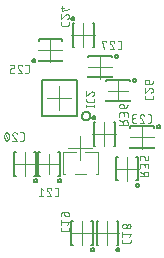
<source format=gbo>
G75*
%MOIN*%
%OFA0B0*%
%FSLAX25Y25*%
%IPPOS*%
%LPD*%
%AMOC8*
5,1,8,0,0,1.08239X$1,22.5*
%
%ADD10C,0.00500*%
%ADD11C,0.00200*%
%ADD12C,0.00000*%
%ADD13C,0.00394*%
D10*
X0079457Y0040563D02*
X0079457Y0048437D01*
X0079850Y0048437D01*
X0086150Y0048437D02*
X0086543Y0048437D01*
X0086543Y0040563D01*
X0086150Y0040563D01*
X0087457Y0040563D02*
X0087457Y0048437D01*
X0087850Y0048437D01*
X0094150Y0048437D02*
X0094543Y0048437D01*
X0094543Y0040563D01*
X0094150Y0040563D01*
X0094000Y0039000D02*
X0094002Y0039044D01*
X0094008Y0039088D01*
X0094018Y0039131D01*
X0094031Y0039173D01*
X0094048Y0039214D01*
X0094069Y0039253D01*
X0094093Y0039290D01*
X0094120Y0039325D01*
X0094150Y0039357D01*
X0094183Y0039387D01*
X0094219Y0039413D01*
X0094256Y0039437D01*
X0094296Y0039456D01*
X0094337Y0039473D01*
X0094380Y0039485D01*
X0094423Y0039494D01*
X0094467Y0039499D01*
X0094511Y0039500D01*
X0094555Y0039497D01*
X0094599Y0039490D01*
X0094642Y0039479D01*
X0094684Y0039465D01*
X0094724Y0039447D01*
X0094763Y0039425D01*
X0094799Y0039401D01*
X0094833Y0039373D01*
X0094865Y0039342D01*
X0094894Y0039308D01*
X0094920Y0039272D01*
X0094942Y0039234D01*
X0094961Y0039194D01*
X0094976Y0039152D01*
X0094988Y0039110D01*
X0094996Y0039066D01*
X0095000Y0039022D01*
X0095000Y0038978D01*
X0094996Y0038934D01*
X0094988Y0038890D01*
X0094976Y0038848D01*
X0094961Y0038806D01*
X0094942Y0038766D01*
X0094920Y0038728D01*
X0094894Y0038692D01*
X0094865Y0038658D01*
X0094833Y0038627D01*
X0094799Y0038599D01*
X0094763Y0038575D01*
X0094724Y0038553D01*
X0094684Y0038535D01*
X0094642Y0038521D01*
X0094599Y0038510D01*
X0094555Y0038503D01*
X0094511Y0038500D01*
X0094467Y0038501D01*
X0094423Y0038506D01*
X0094380Y0038515D01*
X0094337Y0038527D01*
X0094296Y0038544D01*
X0094256Y0038563D01*
X0094219Y0038587D01*
X0094183Y0038613D01*
X0094150Y0038643D01*
X0094120Y0038675D01*
X0094093Y0038710D01*
X0094069Y0038747D01*
X0094048Y0038786D01*
X0094031Y0038827D01*
X0094018Y0038869D01*
X0094008Y0038912D01*
X0094002Y0038956D01*
X0094000Y0039000D01*
X0087850Y0040563D02*
X0087457Y0040563D01*
X0086000Y0039000D02*
X0086002Y0039044D01*
X0086008Y0039088D01*
X0086018Y0039131D01*
X0086031Y0039173D01*
X0086048Y0039214D01*
X0086069Y0039253D01*
X0086093Y0039290D01*
X0086120Y0039325D01*
X0086150Y0039357D01*
X0086183Y0039387D01*
X0086219Y0039413D01*
X0086256Y0039437D01*
X0086296Y0039456D01*
X0086337Y0039473D01*
X0086380Y0039485D01*
X0086423Y0039494D01*
X0086467Y0039499D01*
X0086511Y0039500D01*
X0086555Y0039497D01*
X0086599Y0039490D01*
X0086642Y0039479D01*
X0086684Y0039465D01*
X0086724Y0039447D01*
X0086763Y0039425D01*
X0086799Y0039401D01*
X0086833Y0039373D01*
X0086865Y0039342D01*
X0086894Y0039308D01*
X0086920Y0039272D01*
X0086942Y0039234D01*
X0086961Y0039194D01*
X0086976Y0039152D01*
X0086988Y0039110D01*
X0086996Y0039066D01*
X0087000Y0039022D01*
X0087000Y0038978D01*
X0086996Y0038934D01*
X0086988Y0038890D01*
X0086976Y0038848D01*
X0086961Y0038806D01*
X0086942Y0038766D01*
X0086920Y0038728D01*
X0086894Y0038692D01*
X0086865Y0038658D01*
X0086833Y0038627D01*
X0086799Y0038599D01*
X0086763Y0038575D01*
X0086724Y0038553D01*
X0086684Y0038535D01*
X0086642Y0038521D01*
X0086599Y0038510D01*
X0086555Y0038503D01*
X0086511Y0038500D01*
X0086467Y0038501D01*
X0086423Y0038506D01*
X0086380Y0038515D01*
X0086337Y0038527D01*
X0086296Y0038544D01*
X0086256Y0038563D01*
X0086219Y0038587D01*
X0086183Y0038613D01*
X0086150Y0038643D01*
X0086120Y0038675D01*
X0086093Y0038710D01*
X0086069Y0038747D01*
X0086048Y0038786D01*
X0086031Y0038827D01*
X0086018Y0038869D01*
X0086008Y0038912D01*
X0086002Y0038956D01*
X0086000Y0039000D01*
X0079850Y0040563D02*
X0079457Y0040563D01*
X0098457Y0025437D02*
X0098850Y0025437D01*
X0098457Y0025437D02*
X0098457Y0017563D01*
X0098850Y0017563D01*
X0105150Y0017563D02*
X0105543Y0017563D01*
X0105543Y0025437D01*
X0105150Y0025437D01*
X0106957Y0025437D02*
X0107350Y0025437D01*
X0106957Y0025437D02*
X0106957Y0017563D01*
X0107350Y0017563D01*
X0105000Y0016000D02*
X0105002Y0016044D01*
X0105008Y0016088D01*
X0105018Y0016131D01*
X0105031Y0016173D01*
X0105048Y0016214D01*
X0105069Y0016253D01*
X0105093Y0016290D01*
X0105120Y0016325D01*
X0105150Y0016357D01*
X0105183Y0016387D01*
X0105219Y0016413D01*
X0105256Y0016437D01*
X0105296Y0016456D01*
X0105337Y0016473D01*
X0105380Y0016485D01*
X0105423Y0016494D01*
X0105467Y0016499D01*
X0105511Y0016500D01*
X0105555Y0016497D01*
X0105599Y0016490D01*
X0105642Y0016479D01*
X0105684Y0016465D01*
X0105724Y0016447D01*
X0105763Y0016425D01*
X0105799Y0016401D01*
X0105833Y0016373D01*
X0105865Y0016342D01*
X0105894Y0016308D01*
X0105920Y0016272D01*
X0105942Y0016234D01*
X0105961Y0016194D01*
X0105976Y0016152D01*
X0105988Y0016110D01*
X0105996Y0016066D01*
X0106000Y0016022D01*
X0106000Y0015978D01*
X0105996Y0015934D01*
X0105988Y0015890D01*
X0105976Y0015848D01*
X0105961Y0015806D01*
X0105942Y0015766D01*
X0105920Y0015728D01*
X0105894Y0015692D01*
X0105865Y0015658D01*
X0105833Y0015627D01*
X0105799Y0015599D01*
X0105763Y0015575D01*
X0105724Y0015553D01*
X0105684Y0015535D01*
X0105642Y0015521D01*
X0105599Y0015510D01*
X0105555Y0015503D01*
X0105511Y0015500D01*
X0105467Y0015501D01*
X0105423Y0015506D01*
X0105380Y0015515D01*
X0105337Y0015527D01*
X0105296Y0015544D01*
X0105256Y0015563D01*
X0105219Y0015587D01*
X0105183Y0015613D01*
X0105150Y0015643D01*
X0105120Y0015675D01*
X0105093Y0015710D01*
X0105069Y0015747D01*
X0105048Y0015786D01*
X0105031Y0015827D01*
X0105018Y0015869D01*
X0105008Y0015912D01*
X0105002Y0015956D01*
X0105000Y0016000D01*
X0113650Y0017563D02*
X0114043Y0017563D01*
X0114043Y0025437D01*
X0113650Y0025437D01*
X0113500Y0016000D02*
X0113502Y0016044D01*
X0113508Y0016088D01*
X0113518Y0016131D01*
X0113531Y0016173D01*
X0113548Y0016214D01*
X0113569Y0016253D01*
X0113593Y0016290D01*
X0113620Y0016325D01*
X0113650Y0016357D01*
X0113683Y0016387D01*
X0113719Y0016413D01*
X0113756Y0016437D01*
X0113796Y0016456D01*
X0113837Y0016473D01*
X0113880Y0016485D01*
X0113923Y0016494D01*
X0113967Y0016499D01*
X0114011Y0016500D01*
X0114055Y0016497D01*
X0114099Y0016490D01*
X0114142Y0016479D01*
X0114184Y0016465D01*
X0114224Y0016447D01*
X0114263Y0016425D01*
X0114299Y0016401D01*
X0114333Y0016373D01*
X0114365Y0016342D01*
X0114394Y0016308D01*
X0114420Y0016272D01*
X0114442Y0016234D01*
X0114461Y0016194D01*
X0114476Y0016152D01*
X0114488Y0016110D01*
X0114496Y0016066D01*
X0114500Y0016022D01*
X0114500Y0015978D01*
X0114496Y0015934D01*
X0114488Y0015890D01*
X0114476Y0015848D01*
X0114461Y0015806D01*
X0114442Y0015766D01*
X0114420Y0015728D01*
X0114394Y0015692D01*
X0114365Y0015658D01*
X0114333Y0015627D01*
X0114299Y0015599D01*
X0114263Y0015575D01*
X0114224Y0015553D01*
X0114184Y0015535D01*
X0114142Y0015521D01*
X0114099Y0015510D01*
X0114055Y0015503D01*
X0114011Y0015500D01*
X0113967Y0015501D01*
X0113923Y0015506D01*
X0113880Y0015515D01*
X0113837Y0015527D01*
X0113796Y0015544D01*
X0113756Y0015563D01*
X0113719Y0015587D01*
X0113683Y0015613D01*
X0113650Y0015643D01*
X0113620Y0015675D01*
X0113593Y0015710D01*
X0113569Y0015747D01*
X0113548Y0015786D01*
X0113531Y0015827D01*
X0113518Y0015869D01*
X0113508Y0015912D01*
X0113502Y0015956D01*
X0113500Y0016000D01*
X0120000Y0037500D02*
X0120002Y0037544D01*
X0120008Y0037588D01*
X0120018Y0037631D01*
X0120031Y0037673D01*
X0120048Y0037714D01*
X0120069Y0037753D01*
X0120093Y0037790D01*
X0120120Y0037825D01*
X0120150Y0037857D01*
X0120183Y0037887D01*
X0120219Y0037913D01*
X0120256Y0037937D01*
X0120296Y0037956D01*
X0120337Y0037973D01*
X0120380Y0037985D01*
X0120423Y0037994D01*
X0120467Y0037999D01*
X0120511Y0038000D01*
X0120555Y0037997D01*
X0120599Y0037990D01*
X0120642Y0037979D01*
X0120684Y0037965D01*
X0120724Y0037947D01*
X0120763Y0037925D01*
X0120799Y0037901D01*
X0120833Y0037873D01*
X0120865Y0037842D01*
X0120894Y0037808D01*
X0120920Y0037772D01*
X0120942Y0037734D01*
X0120961Y0037694D01*
X0120976Y0037652D01*
X0120988Y0037610D01*
X0120996Y0037566D01*
X0121000Y0037522D01*
X0121000Y0037478D01*
X0120996Y0037434D01*
X0120988Y0037390D01*
X0120976Y0037348D01*
X0120961Y0037306D01*
X0120942Y0037266D01*
X0120920Y0037228D01*
X0120894Y0037192D01*
X0120865Y0037158D01*
X0120833Y0037127D01*
X0120799Y0037099D01*
X0120763Y0037075D01*
X0120724Y0037053D01*
X0120684Y0037035D01*
X0120642Y0037021D01*
X0120599Y0037010D01*
X0120555Y0037003D01*
X0120511Y0037000D01*
X0120467Y0037001D01*
X0120423Y0037006D01*
X0120380Y0037015D01*
X0120337Y0037027D01*
X0120296Y0037044D01*
X0120256Y0037063D01*
X0120219Y0037087D01*
X0120183Y0037113D01*
X0120150Y0037143D01*
X0120120Y0037175D01*
X0120093Y0037210D01*
X0120069Y0037247D01*
X0120048Y0037286D01*
X0120031Y0037327D01*
X0120018Y0037369D01*
X0120008Y0037412D01*
X0120002Y0037456D01*
X0120000Y0037500D01*
X0120150Y0039063D02*
X0120543Y0039063D01*
X0120543Y0046937D01*
X0120150Y0046937D01*
X0118063Y0049957D02*
X0118063Y0050350D01*
X0118063Y0049957D02*
X0125937Y0049957D01*
X0125937Y0050350D01*
X0125937Y0056650D02*
X0125937Y0057043D01*
X0118063Y0057043D01*
X0118063Y0056650D01*
X0113043Y0058437D02*
X0113043Y0050563D01*
X0112650Y0050563D01*
X0113457Y0046937D02*
X0113850Y0046937D01*
X0113457Y0046937D02*
X0113457Y0039063D01*
X0113850Y0039063D01*
X0106350Y0050563D02*
X0105957Y0050563D01*
X0105957Y0058437D01*
X0106350Y0058437D01*
X0105500Y0060000D02*
X0105502Y0060044D01*
X0105508Y0060088D01*
X0105518Y0060131D01*
X0105531Y0060173D01*
X0105548Y0060214D01*
X0105569Y0060253D01*
X0105593Y0060290D01*
X0105620Y0060325D01*
X0105650Y0060357D01*
X0105683Y0060387D01*
X0105719Y0060413D01*
X0105756Y0060437D01*
X0105796Y0060456D01*
X0105837Y0060473D01*
X0105880Y0060485D01*
X0105923Y0060494D01*
X0105967Y0060499D01*
X0106011Y0060500D01*
X0106055Y0060497D01*
X0106099Y0060490D01*
X0106142Y0060479D01*
X0106184Y0060465D01*
X0106224Y0060447D01*
X0106263Y0060425D01*
X0106299Y0060401D01*
X0106333Y0060373D01*
X0106365Y0060342D01*
X0106394Y0060308D01*
X0106420Y0060272D01*
X0106442Y0060234D01*
X0106461Y0060194D01*
X0106476Y0060152D01*
X0106488Y0060110D01*
X0106496Y0060066D01*
X0106500Y0060022D01*
X0106500Y0059978D01*
X0106496Y0059934D01*
X0106488Y0059890D01*
X0106476Y0059848D01*
X0106461Y0059806D01*
X0106442Y0059766D01*
X0106420Y0059728D01*
X0106394Y0059692D01*
X0106365Y0059658D01*
X0106333Y0059627D01*
X0106299Y0059599D01*
X0106263Y0059575D01*
X0106224Y0059553D01*
X0106184Y0059535D01*
X0106142Y0059521D01*
X0106099Y0059510D01*
X0106055Y0059503D01*
X0106011Y0059500D01*
X0105967Y0059501D01*
X0105923Y0059506D01*
X0105880Y0059515D01*
X0105837Y0059527D01*
X0105796Y0059544D01*
X0105756Y0059563D01*
X0105719Y0059587D01*
X0105683Y0059613D01*
X0105650Y0059643D01*
X0105620Y0059675D01*
X0105593Y0059710D01*
X0105569Y0059747D01*
X0105548Y0059786D01*
X0105531Y0059827D01*
X0105518Y0059869D01*
X0105508Y0059912D01*
X0105502Y0059956D01*
X0105500Y0060000D01*
X0101966Y0060594D02*
X0101968Y0060668D01*
X0101974Y0060742D01*
X0101984Y0060815D01*
X0101997Y0060888D01*
X0102015Y0060960D01*
X0102036Y0061031D01*
X0102062Y0061101D01*
X0102090Y0061169D01*
X0102123Y0061236D01*
X0102159Y0061301D01*
X0102198Y0061363D01*
X0102241Y0061424D01*
X0102286Y0061482D01*
X0102335Y0061538D01*
X0102387Y0061591D01*
X0102441Y0061642D01*
X0102498Y0061689D01*
X0102558Y0061733D01*
X0102620Y0061774D01*
X0102684Y0061812D01*
X0102749Y0061846D01*
X0102817Y0061876D01*
X0102886Y0061903D01*
X0102956Y0061927D01*
X0103028Y0061946D01*
X0103100Y0061962D01*
X0103173Y0061974D01*
X0103247Y0061982D01*
X0103321Y0061986D01*
X0103395Y0061986D01*
X0103469Y0061982D01*
X0103543Y0061974D01*
X0103616Y0061962D01*
X0103688Y0061946D01*
X0103760Y0061927D01*
X0103830Y0061903D01*
X0103899Y0061876D01*
X0103967Y0061846D01*
X0104032Y0061812D01*
X0104096Y0061774D01*
X0104158Y0061733D01*
X0104218Y0061689D01*
X0104275Y0061642D01*
X0104329Y0061591D01*
X0104381Y0061538D01*
X0104430Y0061482D01*
X0104475Y0061424D01*
X0104518Y0061363D01*
X0104557Y0061301D01*
X0104593Y0061236D01*
X0104626Y0061169D01*
X0104654Y0061101D01*
X0104680Y0061031D01*
X0104701Y0060960D01*
X0104719Y0060888D01*
X0104732Y0060815D01*
X0104742Y0060742D01*
X0104748Y0060668D01*
X0104750Y0060594D01*
X0104748Y0060520D01*
X0104742Y0060446D01*
X0104732Y0060373D01*
X0104719Y0060300D01*
X0104701Y0060228D01*
X0104680Y0060157D01*
X0104654Y0060087D01*
X0104626Y0060019D01*
X0104593Y0059952D01*
X0104557Y0059887D01*
X0104518Y0059825D01*
X0104475Y0059764D01*
X0104430Y0059706D01*
X0104381Y0059650D01*
X0104329Y0059597D01*
X0104275Y0059546D01*
X0104218Y0059499D01*
X0104158Y0059455D01*
X0104096Y0059414D01*
X0104032Y0059376D01*
X0103967Y0059342D01*
X0103899Y0059312D01*
X0103830Y0059285D01*
X0103760Y0059261D01*
X0103688Y0059242D01*
X0103616Y0059226D01*
X0103543Y0059214D01*
X0103469Y0059206D01*
X0103395Y0059202D01*
X0103321Y0059202D01*
X0103247Y0059206D01*
X0103173Y0059214D01*
X0103100Y0059226D01*
X0103028Y0059242D01*
X0102956Y0059261D01*
X0102886Y0059285D01*
X0102817Y0059312D01*
X0102749Y0059342D01*
X0102684Y0059376D01*
X0102620Y0059414D01*
X0102558Y0059455D01*
X0102498Y0059499D01*
X0102441Y0059546D01*
X0102387Y0059597D01*
X0102335Y0059650D01*
X0102286Y0059706D01*
X0102241Y0059764D01*
X0102198Y0059825D01*
X0102159Y0059887D01*
X0102123Y0059952D01*
X0102090Y0060019D01*
X0102062Y0060087D01*
X0102036Y0060157D01*
X0102015Y0060228D01*
X0101997Y0060300D01*
X0101984Y0060373D01*
X0101974Y0060446D01*
X0101968Y0060520D01*
X0101966Y0060594D01*
X0100406Y0060594D02*
X0100406Y0072406D01*
X0088594Y0072406D01*
X0088594Y0060594D01*
X0100406Y0060594D01*
X0110063Y0065457D02*
X0110063Y0065850D01*
X0110063Y0065457D02*
X0117937Y0065457D01*
X0117937Y0065850D01*
X0117937Y0072150D02*
X0117937Y0072543D01*
X0110063Y0072543D01*
X0110063Y0072150D01*
X0111937Y0073457D02*
X0111937Y0073850D01*
X0111937Y0073457D02*
X0104063Y0073457D01*
X0104063Y0073850D01*
X0104063Y0080150D02*
X0104063Y0080543D01*
X0111937Y0080543D01*
X0111937Y0080150D01*
X0113000Y0080500D02*
X0113002Y0080544D01*
X0113008Y0080588D01*
X0113018Y0080631D01*
X0113031Y0080673D01*
X0113048Y0080714D01*
X0113069Y0080753D01*
X0113093Y0080790D01*
X0113120Y0080825D01*
X0113150Y0080857D01*
X0113183Y0080887D01*
X0113219Y0080913D01*
X0113256Y0080937D01*
X0113296Y0080956D01*
X0113337Y0080973D01*
X0113380Y0080985D01*
X0113423Y0080994D01*
X0113467Y0080999D01*
X0113511Y0081000D01*
X0113555Y0080997D01*
X0113599Y0080990D01*
X0113642Y0080979D01*
X0113684Y0080965D01*
X0113724Y0080947D01*
X0113763Y0080925D01*
X0113799Y0080901D01*
X0113833Y0080873D01*
X0113865Y0080842D01*
X0113894Y0080808D01*
X0113920Y0080772D01*
X0113942Y0080734D01*
X0113961Y0080694D01*
X0113976Y0080652D01*
X0113988Y0080610D01*
X0113996Y0080566D01*
X0114000Y0080522D01*
X0114000Y0080478D01*
X0113996Y0080434D01*
X0113988Y0080390D01*
X0113976Y0080348D01*
X0113961Y0080306D01*
X0113942Y0080266D01*
X0113920Y0080228D01*
X0113894Y0080192D01*
X0113865Y0080158D01*
X0113833Y0080127D01*
X0113799Y0080099D01*
X0113763Y0080075D01*
X0113724Y0080053D01*
X0113684Y0080035D01*
X0113642Y0080021D01*
X0113599Y0080010D01*
X0113555Y0080003D01*
X0113511Y0080000D01*
X0113467Y0080001D01*
X0113423Y0080006D01*
X0113380Y0080015D01*
X0113337Y0080027D01*
X0113296Y0080044D01*
X0113256Y0080063D01*
X0113219Y0080087D01*
X0113183Y0080113D01*
X0113150Y0080143D01*
X0113120Y0080175D01*
X0113093Y0080210D01*
X0113069Y0080247D01*
X0113048Y0080286D01*
X0113031Y0080327D01*
X0113018Y0080369D01*
X0113008Y0080412D01*
X0113002Y0080456D01*
X0113000Y0080500D01*
X0106043Y0083563D02*
X0105650Y0083563D01*
X0106043Y0083563D02*
X0106043Y0091437D01*
X0105650Y0091437D01*
X0099350Y0091437D02*
X0098957Y0091437D01*
X0098957Y0083563D01*
X0099350Y0083563D01*
X0095437Y0085650D02*
X0095437Y0086043D01*
X0087563Y0086043D01*
X0087563Y0085650D01*
X0087563Y0079350D02*
X0087563Y0078957D01*
X0095437Y0078957D01*
X0095437Y0079350D01*
X0085500Y0079000D02*
X0085502Y0079044D01*
X0085508Y0079088D01*
X0085518Y0079131D01*
X0085531Y0079173D01*
X0085548Y0079214D01*
X0085569Y0079253D01*
X0085593Y0079290D01*
X0085620Y0079325D01*
X0085650Y0079357D01*
X0085683Y0079387D01*
X0085719Y0079413D01*
X0085756Y0079437D01*
X0085796Y0079456D01*
X0085837Y0079473D01*
X0085880Y0079485D01*
X0085923Y0079494D01*
X0085967Y0079499D01*
X0086011Y0079500D01*
X0086055Y0079497D01*
X0086099Y0079490D01*
X0086142Y0079479D01*
X0086184Y0079465D01*
X0086224Y0079447D01*
X0086263Y0079425D01*
X0086299Y0079401D01*
X0086333Y0079373D01*
X0086365Y0079342D01*
X0086394Y0079308D01*
X0086420Y0079272D01*
X0086442Y0079234D01*
X0086461Y0079194D01*
X0086476Y0079152D01*
X0086488Y0079110D01*
X0086496Y0079066D01*
X0086500Y0079022D01*
X0086500Y0078978D01*
X0086496Y0078934D01*
X0086488Y0078890D01*
X0086476Y0078848D01*
X0086461Y0078806D01*
X0086442Y0078766D01*
X0086420Y0078728D01*
X0086394Y0078692D01*
X0086365Y0078658D01*
X0086333Y0078627D01*
X0086299Y0078599D01*
X0086263Y0078575D01*
X0086224Y0078553D01*
X0086184Y0078535D01*
X0086142Y0078521D01*
X0086099Y0078510D01*
X0086055Y0078503D01*
X0086011Y0078500D01*
X0085967Y0078501D01*
X0085923Y0078506D01*
X0085880Y0078515D01*
X0085837Y0078527D01*
X0085796Y0078544D01*
X0085756Y0078563D01*
X0085719Y0078587D01*
X0085683Y0078613D01*
X0085650Y0078643D01*
X0085620Y0078675D01*
X0085593Y0078710D01*
X0085569Y0078747D01*
X0085548Y0078786D01*
X0085531Y0078827D01*
X0085518Y0078869D01*
X0085508Y0078912D01*
X0085502Y0078956D01*
X0085500Y0079000D01*
X0098500Y0093000D02*
X0098502Y0093044D01*
X0098508Y0093088D01*
X0098518Y0093131D01*
X0098531Y0093173D01*
X0098548Y0093214D01*
X0098569Y0093253D01*
X0098593Y0093290D01*
X0098620Y0093325D01*
X0098650Y0093357D01*
X0098683Y0093387D01*
X0098719Y0093413D01*
X0098756Y0093437D01*
X0098796Y0093456D01*
X0098837Y0093473D01*
X0098880Y0093485D01*
X0098923Y0093494D01*
X0098967Y0093499D01*
X0099011Y0093500D01*
X0099055Y0093497D01*
X0099099Y0093490D01*
X0099142Y0093479D01*
X0099184Y0093465D01*
X0099224Y0093447D01*
X0099263Y0093425D01*
X0099299Y0093401D01*
X0099333Y0093373D01*
X0099365Y0093342D01*
X0099394Y0093308D01*
X0099420Y0093272D01*
X0099442Y0093234D01*
X0099461Y0093194D01*
X0099476Y0093152D01*
X0099488Y0093110D01*
X0099496Y0093066D01*
X0099500Y0093022D01*
X0099500Y0092978D01*
X0099496Y0092934D01*
X0099488Y0092890D01*
X0099476Y0092848D01*
X0099461Y0092806D01*
X0099442Y0092766D01*
X0099420Y0092728D01*
X0099394Y0092692D01*
X0099365Y0092658D01*
X0099333Y0092627D01*
X0099299Y0092599D01*
X0099263Y0092575D01*
X0099224Y0092553D01*
X0099184Y0092535D01*
X0099142Y0092521D01*
X0099099Y0092510D01*
X0099055Y0092503D01*
X0099011Y0092500D01*
X0098967Y0092501D01*
X0098923Y0092506D01*
X0098880Y0092515D01*
X0098837Y0092527D01*
X0098796Y0092544D01*
X0098756Y0092563D01*
X0098719Y0092587D01*
X0098683Y0092613D01*
X0098650Y0092643D01*
X0098620Y0092675D01*
X0098593Y0092710D01*
X0098569Y0092747D01*
X0098548Y0092786D01*
X0098531Y0092827D01*
X0098518Y0092869D01*
X0098508Y0092912D01*
X0098502Y0092956D01*
X0098500Y0093000D01*
X0119000Y0072500D02*
X0119002Y0072544D01*
X0119008Y0072588D01*
X0119018Y0072631D01*
X0119031Y0072673D01*
X0119048Y0072714D01*
X0119069Y0072753D01*
X0119093Y0072790D01*
X0119120Y0072825D01*
X0119150Y0072857D01*
X0119183Y0072887D01*
X0119219Y0072913D01*
X0119256Y0072937D01*
X0119296Y0072956D01*
X0119337Y0072973D01*
X0119380Y0072985D01*
X0119423Y0072994D01*
X0119467Y0072999D01*
X0119511Y0073000D01*
X0119555Y0072997D01*
X0119599Y0072990D01*
X0119642Y0072979D01*
X0119684Y0072965D01*
X0119724Y0072947D01*
X0119763Y0072925D01*
X0119799Y0072901D01*
X0119833Y0072873D01*
X0119865Y0072842D01*
X0119894Y0072808D01*
X0119920Y0072772D01*
X0119942Y0072734D01*
X0119961Y0072694D01*
X0119976Y0072652D01*
X0119988Y0072610D01*
X0119996Y0072566D01*
X0120000Y0072522D01*
X0120000Y0072478D01*
X0119996Y0072434D01*
X0119988Y0072390D01*
X0119976Y0072348D01*
X0119961Y0072306D01*
X0119942Y0072266D01*
X0119920Y0072228D01*
X0119894Y0072192D01*
X0119865Y0072158D01*
X0119833Y0072127D01*
X0119799Y0072099D01*
X0119763Y0072075D01*
X0119724Y0072053D01*
X0119684Y0072035D01*
X0119642Y0072021D01*
X0119599Y0072010D01*
X0119555Y0072003D01*
X0119511Y0072000D01*
X0119467Y0072001D01*
X0119423Y0072006D01*
X0119380Y0072015D01*
X0119337Y0072027D01*
X0119296Y0072044D01*
X0119256Y0072063D01*
X0119219Y0072087D01*
X0119183Y0072113D01*
X0119150Y0072143D01*
X0119120Y0072175D01*
X0119093Y0072210D01*
X0119069Y0072247D01*
X0119048Y0072286D01*
X0119031Y0072327D01*
X0119018Y0072369D01*
X0119008Y0072412D01*
X0119002Y0072456D01*
X0119000Y0072500D01*
X0113043Y0058437D02*
X0112650Y0058437D01*
X0127000Y0057000D02*
X0127002Y0057044D01*
X0127008Y0057088D01*
X0127018Y0057131D01*
X0127031Y0057173D01*
X0127048Y0057214D01*
X0127069Y0057253D01*
X0127093Y0057290D01*
X0127120Y0057325D01*
X0127150Y0057357D01*
X0127183Y0057387D01*
X0127219Y0057413D01*
X0127256Y0057437D01*
X0127296Y0057456D01*
X0127337Y0057473D01*
X0127380Y0057485D01*
X0127423Y0057494D01*
X0127467Y0057499D01*
X0127511Y0057500D01*
X0127555Y0057497D01*
X0127599Y0057490D01*
X0127642Y0057479D01*
X0127684Y0057465D01*
X0127724Y0057447D01*
X0127763Y0057425D01*
X0127799Y0057401D01*
X0127833Y0057373D01*
X0127865Y0057342D01*
X0127894Y0057308D01*
X0127920Y0057272D01*
X0127942Y0057234D01*
X0127961Y0057194D01*
X0127976Y0057152D01*
X0127988Y0057110D01*
X0127996Y0057066D01*
X0128000Y0057022D01*
X0128000Y0056978D01*
X0127996Y0056934D01*
X0127988Y0056890D01*
X0127976Y0056848D01*
X0127961Y0056806D01*
X0127942Y0056766D01*
X0127920Y0056728D01*
X0127894Y0056692D01*
X0127865Y0056658D01*
X0127833Y0056627D01*
X0127799Y0056599D01*
X0127763Y0056575D01*
X0127724Y0056553D01*
X0127684Y0056535D01*
X0127642Y0056521D01*
X0127599Y0056510D01*
X0127555Y0056503D01*
X0127511Y0056500D01*
X0127467Y0056501D01*
X0127423Y0056506D01*
X0127380Y0056515D01*
X0127337Y0056527D01*
X0127296Y0056544D01*
X0127256Y0056563D01*
X0127219Y0056587D01*
X0127183Y0056613D01*
X0127150Y0056643D01*
X0127120Y0056675D01*
X0127093Y0056710D01*
X0127069Y0056747D01*
X0127048Y0056786D01*
X0127031Y0056827D01*
X0127018Y0056869D01*
X0127008Y0056912D01*
X0127002Y0056956D01*
X0127000Y0057000D01*
D11*
X0077643Y0053713D02*
X0077641Y0053618D01*
X0077635Y0053523D01*
X0077625Y0053428D01*
X0077612Y0053334D01*
X0077594Y0053241D01*
X0077573Y0053148D01*
X0077548Y0053056D01*
X0077519Y0052966D01*
X0077486Y0052876D01*
X0077450Y0052788D01*
X0077410Y0052702D01*
X0077488Y0052935D02*
X0076244Y0054490D01*
X0076321Y0054724D02*
X0076337Y0054765D01*
X0076357Y0054806D01*
X0076379Y0054844D01*
X0076404Y0054881D01*
X0076432Y0054916D01*
X0076463Y0054948D01*
X0076496Y0054978D01*
X0076531Y0055006D01*
X0076569Y0055030D01*
X0076608Y0055052D01*
X0076648Y0055070D01*
X0076690Y0055086D01*
X0076733Y0055097D01*
X0076777Y0055106D01*
X0076821Y0055111D01*
X0076866Y0055113D01*
X0076911Y0055111D01*
X0076955Y0055106D01*
X0076999Y0055097D01*
X0077042Y0055086D01*
X0077084Y0055070D01*
X0077124Y0055052D01*
X0077163Y0055030D01*
X0077201Y0055006D01*
X0077236Y0054978D01*
X0077269Y0054948D01*
X0077300Y0054916D01*
X0077328Y0054881D01*
X0077353Y0054844D01*
X0077375Y0054806D01*
X0077395Y0054765D01*
X0077411Y0054724D01*
X0076321Y0054724D02*
X0076281Y0054638D01*
X0076245Y0054550D01*
X0076212Y0054460D01*
X0076183Y0054370D01*
X0076158Y0054278D01*
X0076137Y0054185D01*
X0076119Y0054092D01*
X0076106Y0053998D01*
X0076096Y0053903D01*
X0076090Y0053808D01*
X0076088Y0053713D01*
X0077643Y0053713D02*
X0077641Y0053808D01*
X0077635Y0053903D01*
X0077625Y0053998D01*
X0077612Y0054092D01*
X0077594Y0054185D01*
X0077573Y0054278D01*
X0077548Y0054370D01*
X0077519Y0054460D01*
X0077486Y0054550D01*
X0077450Y0054638D01*
X0077410Y0054724D01*
X0076089Y0053713D02*
X0076091Y0053618D01*
X0076097Y0053523D01*
X0076107Y0053428D01*
X0076120Y0053334D01*
X0076138Y0053241D01*
X0076159Y0053148D01*
X0076184Y0053056D01*
X0076213Y0052966D01*
X0076246Y0052876D01*
X0076282Y0052788D01*
X0076322Y0052702D01*
X0076866Y0052312D02*
X0076911Y0052314D01*
X0076955Y0052319D01*
X0076999Y0052328D01*
X0077042Y0052339D01*
X0077084Y0052355D01*
X0077124Y0052373D01*
X0077163Y0052395D01*
X0077201Y0052419D01*
X0077236Y0052447D01*
X0077269Y0052477D01*
X0077300Y0052509D01*
X0077328Y0052544D01*
X0077353Y0052581D01*
X0077375Y0052619D01*
X0077395Y0052660D01*
X0077411Y0052701D01*
X0076866Y0052312D02*
X0076821Y0052314D01*
X0076777Y0052319D01*
X0076733Y0052328D01*
X0076690Y0052339D01*
X0076648Y0052355D01*
X0076608Y0052373D01*
X0076569Y0052395D01*
X0076531Y0052419D01*
X0076496Y0052447D01*
X0076463Y0052477D01*
X0076432Y0052509D01*
X0076404Y0052544D01*
X0076379Y0052581D01*
X0076357Y0052619D01*
X0076337Y0052660D01*
X0076321Y0052701D01*
X0078788Y0052313D02*
X0080344Y0052313D01*
X0079021Y0053868D01*
X0079488Y0055112D02*
X0079544Y0055110D01*
X0079601Y0055105D01*
X0079657Y0055096D01*
X0079712Y0055084D01*
X0079766Y0055068D01*
X0079819Y0055049D01*
X0079871Y0055026D01*
X0079921Y0055001D01*
X0079970Y0054972D01*
X0080017Y0054940D01*
X0080061Y0054905D01*
X0080104Y0054868D01*
X0080144Y0054828D01*
X0080181Y0054786D01*
X0080216Y0054741D01*
X0080247Y0054694D01*
X0080276Y0054645D01*
X0080302Y0054595D01*
X0080324Y0054543D01*
X0080343Y0054490D01*
X0079021Y0053868D02*
X0078986Y0053905D01*
X0078953Y0053943D01*
X0078922Y0053984D01*
X0078895Y0054026D01*
X0078870Y0054071D01*
X0078849Y0054117D01*
X0078830Y0054164D01*
X0078815Y0054212D01*
X0078803Y0054262D01*
X0078795Y0054312D01*
X0078790Y0054362D01*
X0078788Y0054413D01*
X0078790Y0054463D01*
X0078795Y0054513D01*
X0078804Y0054562D01*
X0078816Y0054610D01*
X0078832Y0054658D01*
X0078851Y0054704D01*
X0078874Y0054748D01*
X0078899Y0054791D01*
X0078928Y0054832D01*
X0078959Y0054871D01*
X0078993Y0054908D01*
X0079030Y0054942D01*
X0079069Y0054973D01*
X0079110Y0055002D01*
X0079153Y0055027D01*
X0079197Y0055050D01*
X0079243Y0055069D01*
X0079291Y0055085D01*
X0079339Y0055097D01*
X0079388Y0055106D01*
X0079438Y0055111D01*
X0079488Y0055113D01*
X0081356Y0055113D02*
X0081979Y0055113D01*
X0081979Y0055112D02*
X0082028Y0055110D01*
X0082076Y0055104D01*
X0082124Y0055095D01*
X0082171Y0055082D01*
X0082217Y0055065D01*
X0082261Y0055044D01*
X0082304Y0055020D01*
X0082345Y0054993D01*
X0082383Y0054963D01*
X0082419Y0054930D01*
X0082452Y0054894D01*
X0082482Y0054856D01*
X0082509Y0054815D01*
X0082533Y0054772D01*
X0082554Y0054728D01*
X0082571Y0054682D01*
X0082584Y0054635D01*
X0082593Y0054587D01*
X0082599Y0054539D01*
X0082601Y0054490D01*
X0082601Y0052935D01*
X0082599Y0052886D01*
X0082593Y0052838D01*
X0082584Y0052790D01*
X0082571Y0052743D01*
X0082554Y0052697D01*
X0082533Y0052653D01*
X0082509Y0052610D01*
X0082482Y0052569D01*
X0082452Y0052531D01*
X0082419Y0052495D01*
X0082383Y0052462D01*
X0082345Y0052432D01*
X0082304Y0052405D01*
X0082261Y0052381D01*
X0082217Y0052360D01*
X0082171Y0052343D01*
X0082124Y0052330D01*
X0082076Y0052321D01*
X0082028Y0052315D01*
X0081979Y0052313D01*
X0081356Y0052313D01*
X0088366Y0036613D02*
X0088366Y0033813D01*
X0089144Y0033813D02*
X0087588Y0033813D01*
X0089144Y0035990D02*
X0088366Y0036613D01*
X0090521Y0035368D02*
X0091844Y0033813D01*
X0090288Y0033813D01*
X0091843Y0035990D02*
X0091824Y0036043D01*
X0091802Y0036095D01*
X0091776Y0036145D01*
X0091747Y0036194D01*
X0091716Y0036241D01*
X0091681Y0036286D01*
X0091644Y0036328D01*
X0091604Y0036368D01*
X0091561Y0036405D01*
X0091517Y0036440D01*
X0091470Y0036472D01*
X0091421Y0036501D01*
X0091371Y0036526D01*
X0091319Y0036549D01*
X0091266Y0036568D01*
X0091212Y0036584D01*
X0091157Y0036596D01*
X0091101Y0036605D01*
X0091044Y0036610D01*
X0090988Y0036612D01*
X0090988Y0036613D02*
X0090938Y0036611D01*
X0090888Y0036606D01*
X0090839Y0036597D01*
X0090791Y0036585D01*
X0090743Y0036569D01*
X0090697Y0036550D01*
X0090653Y0036527D01*
X0090610Y0036502D01*
X0090569Y0036473D01*
X0090530Y0036442D01*
X0090493Y0036408D01*
X0090459Y0036371D01*
X0090428Y0036332D01*
X0090399Y0036291D01*
X0090374Y0036248D01*
X0090351Y0036204D01*
X0090332Y0036158D01*
X0090316Y0036110D01*
X0090304Y0036062D01*
X0090295Y0036013D01*
X0090290Y0035963D01*
X0090288Y0035913D01*
X0090290Y0035862D01*
X0090295Y0035812D01*
X0090303Y0035762D01*
X0090315Y0035712D01*
X0090330Y0035664D01*
X0090349Y0035617D01*
X0090370Y0035571D01*
X0090395Y0035526D01*
X0090422Y0035484D01*
X0090453Y0035443D01*
X0090486Y0035405D01*
X0090521Y0035368D01*
X0092856Y0036613D02*
X0093479Y0036613D01*
X0093479Y0036612D02*
X0093528Y0036610D01*
X0093576Y0036604D01*
X0093624Y0036595D01*
X0093671Y0036582D01*
X0093717Y0036565D01*
X0093761Y0036544D01*
X0093804Y0036520D01*
X0093845Y0036493D01*
X0093883Y0036463D01*
X0093919Y0036430D01*
X0093952Y0036394D01*
X0093982Y0036356D01*
X0094009Y0036315D01*
X0094033Y0036272D01*
X0094054Y0036228D01*
X0094071Y0036182D01*
X0094084Y0036135D01*
X0094093Y0036087D01*
X0094099Y0036039D01*
X0094101Y0035990D01*
X0094101Y0034435D01*
X0094099Y0034386D01*
X0094093Y0034338D01*
X0094084Y0034290D01*
X0094071Y0034243D01*
X0094054Y0034197D01*
X0094033Y0034153D01*
X0094009Y0034110D01*
X0093982Y0034069D01*
X0093952Y0034031D01*
X0093919Y0033995D01*
X0093883Y0033962D01*
X0093845Y0033932D01*
X0093804Y0033905D01*
X0093761Y0033881D01*
X0093717Y0033860D01*
X0093671Y0033843D01*
X0093624Y0033830D01*
X0093576Y0033821D01*
X0093528Y0033815D01*
X0093479Y0033813D01*
X0092856Y0033813D01*
X0096132Y0028601D02*
X0096910Y0028601D01*
X0096966Y0028599D01*
X0097021Y0028593D01*
X0097075Y0028583D01*
X0097129Y0028569D01*
X0097182Y0028552D01*
X0097233Y0028531D01*
X0097283Y0028506D01*
X0097331Y0028477D01*
X0097376Y0028446D01*
X0097419Y0028411D01*
X0097460Y0028373D01*
X0097498Y0028332D01*
X0097533Y0028289D01*
X0097564Y0028244D01*
X0097593Y0028196D01*
X0097618Y0028146D01*
X0097639Y0028095D01*
X0097656Y0028042D01*
X0097670Y0027988D01*
X0097680Y0027934D01*
X0097686Y0027879D01*
X0097688Y0027823D01*
X0097686Y0027767D01*
X0097680Y0027712D01*
X0097670Y0027658D01*
X0097656Y0027604D01*
X0097639Y0027551D01*
X0097618Y0027500D01*
X0097593Y0027450D01*
X0097564Y0027402D01*
X0097533Y0027357D01*
X0097498Y0027314D01*
X0097460Y0027273D01*
X0097419Y0027235D01*
X0097376Y0027200D01*
X0097331Y0027169D01*
X0097283Y0027140D01*
X0097233Y0027115D01*
X0097182Y0027094D01*
X0097129Y0027077D01*
X0097075Y0027063D01*
X0097021Y0027053D01*
X0096966Y0027047D01*
X0096910Y0027045D01*
X0096754Y0027045D01*
X0096705Y0027047D01*
X0096657Y0027053D01*
X0096609Y0027062D01*
X0096562Y0027075D01*
X0096516Y0027092D01*
X0096472Y0027113D01*
X0096429Y0027137D01*
X0096388Y0027164D01*
X0096350Y0027194D01*
X0096314Y0027227D01*
X0096281Y0027263D01*
X0096251Y0027301D01*
X0096224Y0027342D01*
X0096200Y0027385D01*
X0096179Y0027429D01*
X0096162Y0027475D01*
X0096149Y0027522D01*
X0096140Y0027570D01*
X0096134Y0027618D01*
X0096132Y0027667D01*
X0096132Y0028601D01*
X0096132Y0028600D02*
X0096062Y0028598D01*
X0095993Y0028592D01*
X0095924Y0028582D01*
X0095855Y0028569D01*
X0095788Y0028551D01*
X0095721Y0028530D01*
X0095656Y0028505D01*
X0095592Y0028477D01*
X0095530Y0028445D01*
X0095470Y0028409D01*
X0095412Y0028371D01*
X0095356Y0028329D01*
X0095303Y0028284D01*
X0095252Y0028236D01*
X0095204Y0028185D01*
X0095159Y0028132D01*
X0095117Y0028076D01*
X0095079Y0028018D01*
X0095043Y0027958D01*
X0095011Y0027896D01*
X0094983Y0027832D01*
X0094958Y0027767D01*
X0094937Y0027700D01*
X0094919Y0027633D01*
X0094906Y0027564D01*
X0094896Y0027495D01*
X0094890Y0027426D01*
X0094888Y0027356D01*
X0094887Y0025901D02*
X0094887Y0024345D01*
X0094887Y0025123D02*
X0097687Y0025123D01*
X0097065Y0024345D01*
X0097687Y0023333D02*
X0097687Y0022710D01*
X0097685Y0022661D01*
X0097679Y0022613D01*
X0097670Y0022565D01*
X0097657Y0022518D01*
X0097640Y0022472D01*
X0097619Y0022428D01*
X0097595Y0022385D01*
X0097568Y0022344D01*
X0097538Y0022306D01*
X0097505Y0022270D01*
X0097469Y0022237D01*
X0097431Y0022207D01*
X0097390Y0022180D01*
X0097347Y0022156D01*
X0097303Y0022135D01*
X0097257Y0022118D01*
X0097210Y0022105D01*
X0097162Y0022096D01*
X0097114Y0022090D01*
X0097065Y0022088D01*
X0095510Y0022088D01*
X0095461Y0022090D01*
X0095413Y0022096D01*
X0095365Y0022105D01*
X0095318Y0022118D01*
X0095272Y0022135D01*
X0095228Y0022156D01*
X0095185Y0022180D01*
X0095144Y0022207D01*
X0095106Y0022237D01*
X0095070Y0022270D01*
X0095037Y0022306D01*
X0095007Y0022344D01*
X0094980Y0022385D01*
X0094956Y0022428D01*
X0094935Y0022472D01*
X0094918Y0022518D01*
X0094905Y0022565D01*
X0094896Y0022613D01*
X0094890Y0022661D01*
X0094888Y0022710D01*
X0094887Y0022710D02*
X0094887Y0023333D01*
X0115387Y0021901D02*
X0115387Y0020345D01*
X0115387Y0021123D02*
X0118187Y0021123D01*
X0117565Y0020345D01*
X0118187Y0019333D02*
X0118187Y0018710D01*
X0118185Y0018661D01*
X0118179Y0018613D01*
X0118170Y0018565D01*
X0118157Y0018518D01*
X0118140Y0018472D01*
X0118119Y0018428D01*
X0118095Y0018385D01*
X0118068Y0018344D01*
X0118038Y0018306D01*
X0118005Y0018270D01*
X0117969Y0018237D01*
X0117931Y0018207D01*
X0117890Y0018180D01*
X0117847Y0018156D01*
X0117803Y0018135D01*
X0117757Y0018118D01*
X0117710Y0018105D01*
X0117662Y0018096D01*
X0117614Y0018090D01*
X0117565Y0018088D01*
X0116010Y0018088D01*
X0115961Y0018090D01*
X0115913Y0018096D01*
X0115865Y0018105D01*
X0115818Y0018118D01*
X0115772Y0018135D01*
X0115728Y0018156D01*
X0115685Y0018180D01*
X0115644Y0018207D01*
X0115606Y0018237D01*
X0115570Y0018270D01*
X0115537Y0018306D01*
X0115507Y0018344D01*
X0115480Y0018385D01*
X0115456Y0018428D01*
X0115435Y0018472D01*
X0115418Y0018518D01*
X0115405Y0018565D01*
X0115396Y0018613D01*
X0115390Y0018661D01*
X0115388Y0018710D01*
X0115387Y0018710D02*
X0115387Y0019333D01*
X0116165Y0023045D02*
X0116109Y0023047D01*
X0116054Y0023053D01*
X0116000Y0023063D01*
X0115946Y0023077D01*
X0115893Y0023094D01*
X0115842Y0023115D01*
X0115792Y0023140D01*
X0115744Y0023169D01*
X0115699Y0023200D01*
X0115656Y0023235D01*
X0115615Y0023273D01*
X0115577Y0023314D01*
X0115542Y0023357D01*
X0115511Y0023402D01*
X0115482Y0023450D01*
X0115457Y0023500D01*
X0115436Y0023551D01*
X0115419Y0023604D01*
X0115405Y0023658D01*
X0115395Y0023712D01*
X0115389Y0023767D01*
X0115387Y0023823D01*
X0115389Y0023879D01*
X0115395Y0023934D01*
X0115405Y0023988D01*
X0115419Y0024042D01*
X0115436Y0024095D01*
X0115457Y0024146D01*
X0115482Y0024196D01*
X0115511Y0024244D01*
X0115542Y0024289D01*
X0115577Y0024332D01*
X0115615Y0024373D01*
X0115656Y0024411D01*
X0115699Y0024446D01*
X0115744Y0024477D01*
X0115792Y0024506D01*
X0115842Y0024531D01*
X0115893Y0024552D01*
X0115946Y0024569D01*
X0116000Y0024583D01*
X0116054Y0024593D01*
X0116109Y0024599D01*
X0116165Y0024601D01*
X0116221Y0024599D01*
X0116276Y0024593D01*
X0116330Y0024583D01*
X0116384Y0024569D01*
X0116437Y0024552D01*
X0116488Y0024531D01*
X0116538Y0024506D01*
X0116586Y0024477D01*
X0116631Y0024446D01*
X0116674Y0024411D01*
X0116715Y0024373D01*
X0116753Y0024332D01*
X0116788Y0024289D01*
X0116819Y0024244D01*
X0116848Y0024196D01*
X0116873Y0024146D01*
X0116894Y0024095D01*
X0116911Y0024042D01*
X0116925Y0023988D01*
X0116935Y0023934D01*
X0116941Y0023879D01*
X0116943Y0023823D01*
X0116941Y0023767D01*
X0116935Y0023712D01*
X0116925Y0023658D01*
X0116911Y0023604D01*
X0116894Y0023551D01*
X0116873Y0023500D01*
X0116848Y0023450D01*
X0116819Y0023402D01*
X0116788Y0023357D01*
X0116753Y0023314D01*
X0116715Y0023273D01*
X0116674Y0023235D01*
X0116631Y0023200D01*
X0116586Y0023169D01*
X0116538Y0023140D01*
X0116488Y0023115D01*
X0116437Y0023094D01*
X0116384Y0023077D01*
X0116330Y0023063D01*
X0116276Y0023053D01*
X0116221Y0023047D01*
X0116165Y0023045D01*
X0117565Y0023201D02*
X0117516Y0023203D01*
X0117468Y0023209D01*
X0117420Y0023218D01*
X0117373Y0023231D01*
X0117327Y0023248D01*
X0117283Y0023269D01*
X0117240Y0023293D01*
X0117199Y0023320D01*
X0117161Y0023350D01*
X0117125Y0023383D01*
X0117092Y0023419D01*
X0117062Y0023457D01*
X0117035Y0023498D01*
X0117011Y0023541D01*
X0116990Y0023585D01*
X0116973Y0023631D01*
X0116960Y0023678D01*
X0116951Y0023726D01*
X0116945Y0023774D01*
X0116943Y0023823D01*
X0116945Y0023872D01*
X0116951Y0023920D01*
X0116960Y0023968D01*
X0116973Y0024015D01*
X0116990Y0024061D01*
X0117011Y0024105D01*
X0117035Y0024148D01*
X0117062Y0024189D01*
X0117092Y0024227D01*
X0117125Y0024263D01*
X0117161Y0024296D01*
X0117199Y0024326D01*
X0117240Y0024353D01*
X0117283Y0024377D01*
X0117327Y0024398D01*
X0117373Y0024415D01*
X0117420Y0024428D01*
X0117468Y0024437D01*
X0117516Y0024443D01*
X0117565Y0024445D01*
X0117614Y0024443D01*
X0117662Y0024437D01*
X0117710Y0024428D01*
X0117757Y0024415D01*
X0117803Y0024398D01*
X0117847Y0024377D01*
X0117890Y0024353D01*
X0117931Y0024326D01*
X0117969Y0024296D01*
X0118005Y0024263D01*
X0118038Y0024227D01*
X0118068Y0024189D01*
X0118095Y0024148D01*
X0118119Y0024105D01*
X0118140Y0024061D01*
X0118157Y0024015D01*
X0118170Y0023968D01*
X0118179Y0023920D01*
X0118185Y0023872D01*
X0118187Y0023823D01*
X0118185Y0023774D01*
X0118179Y0023726D01*
X0118170Y0023678D01*
X0118157Y0023631D01*
X0118140Y0023585D01*
X0118119Y0023541D01*
X0118095Y0023498D01*
X0118068Y0023457D01*
X0118038Y0023419D01*
X0118005Y0023383D01*
X0117969Y0023350D01*
X0117931Y0023320D01*
X0117890Y0023293D01*
X0117847Y0023269D01*
X0117803Y0023248D01*
X0117757Y0023231D01*
X0117710Y0023218D01*
X0117662Y0023209D01*
X0117614Y0023203D01*
X0117565Y0023201D01*
X0121313Y0040399D02*
X0124113Y0040399D01*
X0124113Y0041177D01*
X0124111Y0041233D01*
X0124105Y0041288D01*
X0124095Y0041342D01*
X0124081Y0041396D01*
X0124064Y0041449D01*
X0124043Y0041500D01*
X0124018Y0041550D01*
X0123989Y0041598D01*
X0123958Y0041643D01*
X0123923Y0041686D01*
X0123885Y0041727D01*
X0123844Y0041765D01*
X0123801Y0041800D01*
X0123756Y0041831D01*
X0123708Y0041860D01*
X0123658Y0041885D01*
X0123607Y0041906D01*
X0123554Y0041923D01*
X0123500Y0041937D01*
X0123446Y0041947D01*
X0123391Y0041953D01*
X0123335Y0041955D01*
X0123279Y0041953D01*
X0123224Y0041947D01*
X0123170Y0041937D01*
X0123116Y0041923D01*
X0123063Y0041906D01*
X0123012Y0041885D01*
X0122962Y0041860D01*
X0122914Y0041831D01*
X0122869Y0041800D01*
X0122826Y0041765D01*
X0122785Y0041727D01*
X0122747Y0041686D01*
X0122712Y0041643D01*
X0122681Y0041598D01*
X0122652Y0041550D01*
X0122627Y0041500D01*
X0122606Y0041449D01*
X0122589Y0041396D01*
X0122575Y0041342D01*
X0122565Y0041288D01*
X0122559Y0041233D01*
X0122557Y0041177D01*
X0122557Y0040399D01*
X0122557Y0041333D02*
X0121313Y0041955D01*
X0121313Y0043083D02*
X0121313Y0043861D01*
X0121312Y0043861D02*
X0121314Y0043917D01*
X0121320Y0043972D01*
X0121330Y0044026D01*
X0121344Y0044080D01*
X0121361Y0044133D01*
X0121382Y0044184D01*
X0121407Y0044234D01*
X0121436Y0044282D01*
X0121467Y0044327D01*
X0121502Y0044370D01*
X0121540Y0044411D01*
X0121581Y0044449D01*
X0121624Y0044484D01*
X0121669Y0044515D01*
X0121717Y0044544D01*
X0121767Y0044569D01*
X0121818Y0044590D01*
X0121871Y0044607D01*
X0121925Y0044621D01*
X0121979Y0044631D01*
X0122034Y0044637D01*
X0122090Y0044639D01*
X0122146Y0044637D01*
X0122201Y0044631D01*
X0122255Y0044621D01*
X0122309Y0044607D01*
X0122362Y0044590D01*
X0122413Y0044569D01*
X0122463Y0044544D01*
X0122511Y0044515D01*
X0122556Y0044484D01*
X0122599Y0044449D01*
X0122640Y0044411D01*
X0122678Y0044370D01*
X0122713Y0044327D01*
X0122744Y0044282D01*
X0122773Y0044234D01*
X0122798Y0044184D01*
X0122819Y0044133D01*
X0122836Y0044080D01*
X0122850Y0044026D01*
X0122860Y0043972D01*
X0122866Y0043917D01*
X0122868Y0043861D01*
X0122868Y0044017D02*
X0122868Y0043394D01*
X0122868Y0044017D02*
X0122870Y0044066D01*
X0122876Y0044114D01*
X0122885Y0044162D01*
X0122898Y0044209D01*
X0122915Y0044255D01*
X0122936Y0044299D01*
X0122960Y0044342D01*
X0122987Y0044383D01*
X0123017Y0044421D01*
X0123050Y0044457D01*
X0123086Y0044490D01*
X0123124Y0044520D01*
X0123165Y0044547D01*
X0123208Y0044571D01*
X0123252Y0044592D01*
X0123298Y0044609D01*
X0123345Y0044622D01*
X0123393Y0044631D01*
X0123441Y0044637D01*
X0123490Y0044639D01*
X0123539Y0044637D01*
X0123587Y0044631D01*
X0123635Y0044622D01*
X0123682Y0044609D01*
X0123728Y0044592D01*
X0123772Y0044571D01*
X0123815Y0044547D01*
X0123856Y0044520D01*
X0123894Y0044490D01*
X0123930Y0044457D01*
X0123963Y0044421D01*
X0123993Y0044383D01*
X0124020Y0044342D01*
X0124044Y0044299D01*
X0124065Y0044255D01*
X0124082Y0044209D01*
X0124095Y0044162D01*
X0124104Y0044114D01*
X0124110Y0044066D01*
X0124112Y0044017D01*
X0124113Y0044017D02*
X0124113Y0043083D01*
X0124113Y0045783D02*
X0122868Y0045783D01*
X0122868Y0046717D01*
X0122866Y0046766D01*
X0122860Y0046814D01*
X0122851Y0046862D01*
X0122838Y0046909D01*
X0122821Y0046955D01*
X0122800Y0046999D01*
X0122776Y0047042D01*
X0122749Y0047083D01*
X0122719Y0047121D01*
X0122686Y0047157D01*
X0122650Y0047190D01*
X0122612Y0047220D01*
X0122571Y0047247D01*
X0122528Y0047271D01*
X0122484Y0047292D01*
X0122438Y0047309D01*
X0122391Y0047322D01*
X0122343Y0047331D01*
X0122295Y0047337D01*
X0122246Y0047339D01*
X0121935Y0047339D01*
X0121886Y0047337D01*
X0121838Y0047331D01*
X0121790Y0047322D01*
X0121743Y0047309D01*
X0121697Y0047292D01*
X0121653Y0047271D01*
X0121610Y0047247D01*
X0121569Y0047220D01*
X0121531Y0047190D01*
X0121495Y0047157D01*
X0121462Y0047121D01*
X0121432Y0047083D01*
X0121405Y0047042D01*
X0121381Y0046999D01*
X0121360Y0046955D01*
X0121343Y0046909D01*
X0121330Y0046862D01*
X0121321Y0046814D01*
X0121315Y0046766D01*
X0121313Y0046717D01*
X0121313Y0045783D01*
X0124113Y0045783D02*
X0124113Y0047339D01*
X0123856Y0058313D02*
X0124479Y0058313D01*
X0124528Y0058315D01*
X0124576Y0058321D01*
X0124624Y0058330D01*
X0124671Y0058343D01*
X0124717Y0058360D01*
X0124761Y0058381D01*
X0124804Y0058405D01*
X0124845Y0058432D01*
X0124883Y0058462D01*
X0124919Y0058495D01*
X0124952Y0058531D01*
X0124982Y0058569D01*
X0125009Y0058610D01*
X0125033Y0058653D01*
X0125054Y0058697D01*
X0125071Y0058743D01*
X0125084Y0058790D01*
X0125093Y0058838D01*
X0125099Y0058886D01*
X0125101Y0058935D01*
X0125101Y0060490D01*
X0125099Y0060539D01*
X0125093Y0060587D01*
X0125084Y0060635D01*
X0125071Y0060682D01*
X0125054Y0060728D01*
X0125033Y0060772D01*
X0125009Y0060815D01*
X0124982Y0060856D01*
X0124952Y0060894D01*
X0124919Y0060930D01*
X0124883Y0060963D01*
X0124845Y0060993D01*
X0124804Y0061020D01*
X0124761Y0061044D01*
X0124717Y0061065D01*
X0124671Y0061082D01*
X0124624Y0061095D01*
X0124576Y0061104D01*
X0124528Y0061110D01*
X0124479Y0061112D01*
X0124479Y0061113D02*
X0123856Y0061113D01*
X0121521Y0059868D02*
X0121486Y0059905D01*
X0121453Y0059943D01*
X0121422Y0059984D01*
X0121395Y0060026D01*
X0121370Y0060071D01*
X0121349Y0060117D01*
X0121330Y0060164D01*
X0121315Y0060212D01*
X0121303Y0060262D01*
X0121295Y0060312D01*
X0121290Y0060362D01*
X0121288Y0060413D01*
X0121521Y0059868D02*
X0122844Y0058313D01*
X0121288Y0058313D01*
X0120144Y0058313D02*
X0119366Y0058313D01*
X0119366Y0058312D02*
X0119310Y0058314D01*
X0119255Y0058320D01*
X0119201Y0058330D01*
X0119147Y0058344D01*
X0119094Y0058361D01*
X0119043Y0058382D01*
X0118993Y0058407D01*
X0118945Y0058436D01*
X0118900Y0058467D01*
X0118857Y0058502D01*
X0118816Y0058540D01*
X0118778Y0058581D01*
X0118743Y0058624D01*
X0118712Y0058669D01*
X0118683Y0058717D01*
X0118658Y0058767D01*
X0118637Y0058818D01*
X0118620Y0058871D01*
X0118606Y0058925D01*
X0118596Y0058979D01*
X0118590Y0059034D01*
X0118588Y0059090D01*
X0118590Y0059146D01*
X0118596Y0059201D01*
X0118606Y0059255D01*
X0118620Y0059309D01*
X0118637Y0059362D01*
X0118658Y0059413D01*
X0118683Y0059463D01*
X0118712Y0059511D01*
X0118743Y0059556D01*
X0118778Y0059599D01*
X0118816Y0059640D01*
X0118857Y0059678D01*
X0118900Y0059713D01*
X0118945Y0059744D01*
X0118993Y0059773D01*
X0119043Y0059798D01*
X0119094Y0059819D01*
X0119147Y0059836D01*
X0119201Y0059850D01*
X0119255Y0059860D01*
X0119310Y0059866D01*
X0119366Y0059868D01*
X0119210Y0059868D02*
X0119833Y0059868D01*
X0119210Y0059868D02*
X0119161Y0059870D01*
X0119113Y0059876D01*
X0119065Y0059885D01*
X0119018Y0059898D01*
X0118972Y0059915D01*
X0118928Y0059936D01*
X0118885Y0059960D01*
X0118844Y0059987D01*
X0118806Y0060017D01*
X0118770Y0060050D01*
X0118737Y0060086D01*
X0118707Y0060124D01*
X0118680Y0060165D01*
X0118656Y0060208D01*
X0118635Y0060252D01*
X0118618Y0060298D01*
X0118605Y0060345D01*
X0118596Y0060393D01*
X0118590Y0060441D01*
X0118588Y0060490D01*
X0118590Y0060539D01*
X0118596Y0060587D01*
X0118605Y0060635D01*
X0118618Y0060682D01*
X0118635Y0060728D01*
X0118656Y0060772D01*
X0118680Y0060815D01*
X0118707Y0060856D01*
X0118737Y0060894D01*
X0118770Y0060930D01*
X0118806Y0060963D01*
X0118844Y0060993D01*
X0118885Y0061020D01*
X0118928Y0061044D01*
X0118972Y0061065D01*
X0119018Y0061082D01*
X0119065Y0061095D01*
X0119113Y0061104D01*
X0119161Y0061110D01*
X0119210Y0061112D01*
X0119210Y0061113D02*
X0120144Y0061113D01*
X0121288Y0060413D02*
X0121290Y0060463D01*
X0121295Y0060513D01*
X0121304Y0060562D01*
X0121316Y0060610D01*
X0121332Y0060658D01*
X0121351Y0060704D01*
X0121374Y0060748D01*
X0121399Y0060791D01*
X0121428Y0060832D01*
X0121459Y0060871D01*
X0121493Y0060908D01*
X0121530Y0060942D01*
X0121569Y0060973D01*
X0121610Y0061002D01*
X0121653Y0061027D01*
X0121697Y0061050D01*
X0121743Y0061069D01*
X0121791Y0061085D01*
X0121839Y0061097D01*
X0121888Y0061106D01*
X0121938Y0061111D01*
X0121988Y0061113D01*
X0121988Y0061112D02*
X0122044Y0061110D01*
X0122101Y0061105D01*
X0122157Y0061096D01*
X0122212Y0061084D01*
X0122266Y0061068D01*
X0122319Y0061049D01*
X0122371Y0061026D01*
X0122421Y0061001D01*
X0122470Y0060972D01*
X0122517Y0060940D01*
X0122561Y0060905D01*
X0122604Y0060868D01*
X0122644Y0060828D01*
X0122681Y0060786D01*
X0122716Y0060741D01*
X0122747Y0060694D01*
X0122776Y0060645D01*
X0122802Y0060595D01*
X0122824Y0060543D01*
X0122843Y0060490D01*
X0123510Y0066088D02*
X0125065Y0066088D01*
X0125114Y0066090D01*
X0125162Y0066096D01*
X0125210Y0066105D01*
X0125257Y0066118D01*
X0125303Y0066135D01*
X0125347Y0066156D01*
X0125390Y0066180D01*
X0125431Y0066207D01*
X0125469Y0066237D01*
X0125505Y0066270D01*
X0125538Y0066306D01*
X0125568Y0066344D01*
X0125595Y0066385D01*
X0125619Y0066428D01*
X0125640Y0066472D01*
X0125657Y0066518D01*
X0125670Y0066565D01*
X0125679Y0066613D01*
X0125685Y0066661D01*
X0125687Y0066710D01*
X0125687Y0067333D01*
X0124442Y0069668D02*
X0124479Y0069703D01*
X0124517Y0069736D01*
X0124558Y0069767D01*
X0124600Y0069794D01*
X0124645Y0069819D01*
X0124691Y0069840D01*
X0124738Y0069859D01*
X0124786Y0069874D01*
X0124836Y0069886D01*
X0124886Y0069894D01*
X0124936Y0069899D01*
X0124987Y0069901D01*
X0124443Y0069667D02*
X0122887Y0068345D01*
X0122887Y0069901D01*
X0123665Y0071045D02*
X0124443Y0071045D01*
X0124443Y0071979D01*
X0124443Y0071046D02*
X0124513Y0071048D01*
X0124582Y0071054D01*
X0124651Y0071064D01*
X0124720Y0071077D01*
X0124787Y0071095D01*
X0124854Y0071116D01*
X0124919Y0071141D01*
X0124983Y0071169D01*
X0125045Y0071201D01*
X0125105Y0071237D01*
X0125163Y0071275D01*
X0125219Y0071317D01*
X0125272Y0071362D01*
X0125323Y0071410D01*
X0125371Y0071461D01*
X0125416Y0071514D01*
X0125458Y0071570D01*
X0125496Y0071628D01*
X0125532Y0071688D01*
X0125564Y0071750D01*
X0125592Y0071814D01*
X0125617Y0071879D01*
X0125638Y0071946D01*
X0125656Y0072013D01*
X0125669Y0072082D01*
X0125679Y0072151D01*
X0125685Y0072220D01*
X0125687Y0072290D01*
X0123821Y0072601D02*
X0123665Y0072601D01*
X0123821Y0072601D02*
X0123870Y0072599D01*
X0123918Y0072593D01*
X0123966Y0072584D01*
X0124013Y0072571D01*
X0124059Y0072554D01*
X0124103Y0072533D01*
X0124146Y0072509D01*
X0124187Y0072482D01*
X0124225Y0072452D01*
X0124261Y0072419D01*
X0124294Y0072383D01*
X0124324Y0072345D01*
X0124351Y0072304D01*
X0124375Y0072261D01*
X0124396Y0072217D01*
X0124413Y0072171D01*
X0124426Y0072124D01*
X0124435Y0072076D01*
X0124441Y0072028D01*
X0124443Y0071979D01*
X0123665Y0072601D02*
X0123609Y0072599D01*
X0123554Y0072593D01*
X0123500Y0072583D01*
X0123446Y0072569D01*
X0123393Y0072552D01*
X0123342Y0072531D01*
X0123292Y0072506D01*
X0123244Y0072477D01*
X0123199Y0072446D01*
X0123156Y0072411D01*
X0123115Y0072373D01*
X0123077Y0072332D01*
X0123042Y0072289D01*
X0123011Y0072244D01*
X0122982Y0072196D01*
X0122957Y0072146D01*
X0122936Y0072095D01*
X0122919Y0072042D01*
X0122905Y0071988D01*
X0122895Y0071934D01*
X0122889Y0071879D01*
X0122887Y0071823D01*
X0122889Y0071767D01*
X0122895Y0071712D01*
X0122905Y0071658D01*
X0122919Y0071604D01*
X0122936Y0071551D01*
X0122957Y0071500D01*
X0122982Y0071450D01*
X0123011Y0071402D01*
X0123042Y0071357D01*
X0123077Y0071314D01*
X0123115Y0071273D01*
X0123156Y0071235D01*
X0123199Y0071200D01*
X0123244Y0071169D01*
X0123292Y0071140D01*
X0123342Y0071115D01*
X0123393Y0071094D01*
X0123446Y0071077D01*
X0123500Y0071063D01*
X0123554Y0071053D01*
X0123609Y0071047D01*
X0123665Y0071045D01*
X0125687Y0069201D02*
X0125685Y0069145D01*
X0125680Y0069088D01*
X0125671Y0069032D01*
X0125659Y0068977D01*
X0125643Y0068923D01*
X0125624Y0068870D01*
X0125601Y0068818D01*
X0125576Y0068768D01*
X0125547Y0068719D01*
X0125515Y0068672D01*
X0125480Y0068628D01*
X0125443Y0068585D01*
X0125403Y0068545D01*
X0125361Y0068508D01*
X0125316Y0068473D01*
X0125269Y0068442D01*
X0125220Y0068413D01*
X0125170Y0068387D01*
X0125118Y0068365D01*
X0125065Y0068346D01*
X0125687Y0069201D02*
X0125685Y0069251D01*
X0125680Y0069301D01*
X0125671Y0069350D01*
X0125659Y0069398D01*
X0125643Y0069446D01*
X0125624Y0069492D01*
X0125601Y0069536D01*
X0125576Y0069579D01*
X0125547Y0069620D01*
X0125516Y0069659D01*
X0125482Y0069696D01*
X0125445Y0069730D01*
X0125406Y0069761D01*
X0125365Y0069790D01*
X0125322Y0069815D01*
X0125278Y0069838D01*
X0125232Y0069857D01*
X0125184Y0069873D01*
X0125136Y0069885D01*
X0125087Y0069894D01*
X0125037Y0069899D01*
X0124987Y0069901D01*
X0122887Y0067333D02*
X0122887Y0066710D01*
X0122888Y0066710D02*
X0122890Y0066661D01*
X0122896Y0066613D01*
X0122905Y0066565D01*
X0122918Y0066518D01*
X0122935Y0066472D01*
X0122956Y0066428D01*
X0122980Y0066385D01*
X0123007Y0066344D01*
X0123037Y0066306D01*
X0123070Y0066270D01*
X0123106Y0066237D01*
X0123144Y0066207D01*
X0123185Y0066180D01*
X0123228Y0066156D01*
X0123272Y0066135D01*
X0123318Y0066118D01*
X0123365Y0066105D01*
X0123413Y0066096D01*
X0123461Y0066090D01*
X0123510Y0066088D01*
X0117187Y0064290D02*
X0117185Y0064220D01*
X0117179Y0064151D01*
X0117169Y0064082D01*
X0117156Y0064013D01*
X0117138Y0063946D01*
X0117117Y0063879D01*
X0117092Y0063814D01*
X0117064Y0063750D01*
X0117032Y0063688D01*
X0116996Y0063628D01*
X0116958Y0063570D01*
X0116916Y0063514D01*
X0116871Y0063461D01*
X0116823Y0063410D01*
X0116772Y0063362D01*
X0116719Y0063317D01*
X0116663Y0063275D01*
X0116605Y0063237D01*
X0116545Y0063201D01*
X0116483Y0063169D01*
X0116419Y0063141D01*
X0116354Y0063116D01*
X0116287Y0063095D01*
X0116220Y0063077D01*
X0116151Y0063064D01*
X0116082Y0063054D01*
X0116013Y0063048D01*
X0115943Y0063046D01*
X0115943Y0063045D02*
X0115165Y0063045D01*
X0115943Y0063045D02*
X0115943Y0063979D01*
X0115941Y0064028D01*
X0115935Y0064076D01*
X0115926Y0064124D01*
X0115913Y0064171D01*
X0115896Y0064217D01*
X0115875Y0064261D01*
X0115851Y0064304D01*
X0115824Y0064345D01*
X0115794Y0064383D01*
X0115761Y0064419D01*
X0115725Y0064452D01*
X0115687Y0064482D01*
X0115646Y0064509D01*
X0115603Y0064533D01*
X0115559Y0064554D01*
X0115513Y0064571D01*
X0115466Y0064584D01*
X0115418Y0064593D01*
X0115370Y0064599D01*
X0115321Y0064601D01*
X0115165Y0064601D01*
X0115109Y0064599D01*
X0115054Y0064593D01*
X0115000Y0064583D01*
X0114946Y0064569D01*
X0114893Y0064552D01*
X0114842Y0064531D01*
X0114792Y0064506D01*
X0114744Y0064477D01*
X0114699Y0064446D01*
X0114656Y0064411D01*
X0114615Y0064373D01*
X0114577Y0064332D01*
X0114542Y0064289D01*
X0114511Y0064244D01*
X0114482Y0064196D01*
X0114457Y0064146D01*
X0114436Y0064095D01*
X0114419Y0064042D01*
X0114405Y0063988D01*
X0114395Y0063934D01*
X0114389Y0063879D01*
X0114387Y0063823D01*
X0114389Y0063767D01*
X0114395Y0063712D01*
X0114405Y0063658D01*
X0114419Y0063604D01*
X0114436Y0063551D01*
X0114457Y0063500D01*
X0114482Y0063450D01*
X0114511Y0063402D01*
X0114542Y0063357D01*
X0114577Y0063314D01*
X0114615Y0063273D01*
X0114656Y0063235D01*
X0114699Y0063200D01*
X0114744Y0063169D01*
X0114792Y0063140D01*
X0114842Y0063115D01*
X0114893Y0063094D01*
X0114946Y0063077D01*
X0115000Y0063063D01*
X0115054Y0063053D01*
X0115109Y0063047D01*
X0115165Y0063045D01*
X0115943Y0061123D02*
X0115941Y0061179D01*
X0115935Y0061234D01*
X0115925Y0061288D01*
X0115911Y0061342D01*
X0115894Y0061395D01*
X0115873Y0061446D01*
X0115848Y0061496D01*
X0115819Y0061544D01*
X0115788Y0061589D01*
X0115753Y0061632D01*
X0115715Y0061673D01*
X0115674Y0061711D01*
X0115631Y0061746D01*
X0115586Y0061777D01*
X0115538Y0061806D01*
X0115488Y0061831D01*
X0115437Y0061852D01*
X0115384Y0061869D01*
X0115330Y0061883D01*
X0115276Y0061893D01*
X0115221Y0061899D01*
X0115165Y0061901D01*
X0115109Y0061899D01*
X0115054Y0061893D01*
X0115000Y0061883D01*
X0114946Y0061869D01*
X0114893Y0061852D01*
X0114842Y0061831D01*
X0114792Y0061806D01*
X0114744Y0061777D01*
X0114699Y0061746D01*
X0114656Y0061711D01*
X0114615Y0061673D01*
X0114577Y0061632D01*
X0114542Y0061589D01*
X0114511Y0061544D01*
X0114482Y0061496D01*
X0114457Y0061446D01*
X0114436Y0061395D01*
X0114419Y0061342D01*
X0114405Y0061288D01*
X0114395Y0061234D01*
X0114389Y0061179D01*
X0114387Y0061123D01*
X0114387Y0060345D01*
X0114387Y0059217D02*
X0115632Y0058595D01*
X0115632Y0058439D02*
X0115632Y0057661D01*
X0115632Y0058439D02*
X0115634Y0058495D01*
X0115640Y0058550D01*
X0115650Y0058604D01*
X0115664Y0058658D01*
X0115681Y0058711D01*
X0115702Y0058762D01*
X0115727Y0058812D01*
X0115756Y0058860D01*
X0115787Y0058905D01*
X0115822Y0058948D01*
X0115860Y0058989D01*
X0115901Y0059027D01*
X0115944Y0059062D01*
X0115989Y0059093D01*
X0116037Y0059122D01*
X0116087Y0059147D01*
X0116138Y0059168D01*
X0116191Y0059185D01*
X0116245Y0059199D01*
X0116299Y0059209D01*
X0116354Y0059215D01*
X0116410Y0059217D01*
X0116466Y0059215D01*
X0116521Y0059209D01*
X0116575Y0059199D01*
X0116629Y0059185D01*
X0116682Y0059168D01*
X0116733Y0059147D01*
X0116783Y0059122D01*
X0116831Y0059093D01*
X0116876Y0059062D01*
X0116919Y0059027D01*
X0116960Y0058989D01*
X0116998Y0058948D01*
X0117033Y0058905D01*
X0117064Y0058860D01*
X0117093Y0058812D01*
X0117118Y0058762D01*
X0117139Y0058711D01*
X0117156Y0058658D01*
X0117170Y0058604D01*
X0117180Y0058550D01*
X0117186Y0058495D01*
X0117188Y0058439D01*
X0117187Y0058439D02*
X0117187Y0057661D01*
X0114387Y0057661D01*
X0115943Y0060656D02*
X0115943Y0061279D01*
X0115945Y0061328D01*
X0115951Y0061376D01*
X0115960Y0061424D01*
X0115973Y0061471D01*
X0115990Y0061517D01*
X0116011Y0061561D01*
X0116035Y0061604D01*
X0116062Y0061645D01*
X0116092Y0061683D01*
X0116125Y0061719D01*
X0116161Y0061752D01*
X0116199Y0061782D01*
X0116240Y0061809D01*
X0116283Y0061833D01*
X0116327Y0061854D01*
X0116373Y0061871D01*
X0116420Y0061884D01*
X0116468Y0061893D01*
X0116516Y0061899D01*
X0116565Y0061901D01*
X0116614Y0061899D01*
X0116662Y0061893D01*
X0116710Y0061884D01*
X0116757Y0061871D01*
X0116803Y0061854D01*
X0116847Y0061833D01*
X0116890Y0061809D01*
X0116931Y0061782D01*
X0116969Y0061752D01*
X0117005Y0061719D01*
X0117038Y0061683D01*
X0117068Y0061645D01*
X0117095Y0061604D01*
X0117119Y0061561D01*
X0117140Y0061517D01*
X0117157Y0061471D01*
X0117170Y0061424D01*
X0117179Y0061376D01*
X0117185Y0061328D01*
X0117187Y0061279D01*
X0117187Y0060345D01*
X0106046Y0063663D02*
X0106046Y0064231D01*
X0106046Y0063947D02*
X0103490Y0063947D01*
X0103490Y0063663D02*
X0103490Y0064231D01*
X0104058Y0065214D02*
X0105478Y0065214D01*
X0105525Y0065216D01*
X0105571Y0065222D01*
X0105617Y0065231D01*
X0105662Y0065245D01*
X0105706Y0065262D01*
X0105748Y0065282D01*
X0105789Y0065306D01*
X0105827Y0065334D01*
X0105863Y0065364D01*
X0105896Y0065397D01*
X0105926Y0065433D01*
X0105954Y0065471D01*
X0105978Y0065512D01*
X0105998Y0065554D01*
X0106015Y0065598D01*
X0106029Y0065643D01*
X0106038Y0065688D01*
X0106044Y0065735D01*
X0106046Y0065782D01*
X0106046Y0066350D01*
X0104910Y0068495D02*
X0104946Y0068530D01*
X0104985Y0068563D01*
X0105026Y0068592D01*
X0105069Y0068619D01*
X0105114Y0068642D01*
X0105160Y0068662D01*
X0105208Y0068678D01*
X0105257Y0068691D01*
X0105306Y0068701D01*
X0105357Y0068706D01*
X0105407Y0068708D01*
X0104910Y0068495D02*
X0103490Y0067288D01*
X0103490Y0068708D01*
X0105478Y0067288D02*
X0105529Y0067306D01*
X0105579Y0067328D01*
X0105627Y0067353D01*
X0105674Y0067381D01*
X0105718Y0067413D01*
X0105760Y0067447D01*
X0105800Y0067483D01*
X0105838Y0067523D01*
X0105873Y0067564D01*
X0105905Y0067608D01*
X0105934Y0067654D01*
X0105959Y0067702D01*
X0105982Y0067751D01*
X0106001Y0067802D01*
X0106017Y0067854D01*
X0106030Y0067907D01*
X0106039Y0067961D01*
X0106044Y0068015D01*
X0106046Y0068069D01*
X0106044Y0068117D01*
X0106039Y0068164D01*
X0106030Y0068211D01*
X0106018Y0068257D01*
X0106002Y0068302D01*
X0105983Y0068346D01*
X0105960Y0068389D01*
X0105935Y0068429D01*
X0105907Y0068467D01*
X0105875Y0068504D01*
X0105842Y0068537D01*
X0105805Y0068569D01*
X0105767Y0068597D01*
X0105727Y0068622D01*
X0105684Y0068645D01*
X0105640Y0068664D01*
X0105595Y0068680D01*
X0105549Y0068692D01*
X0105502Y0068701D01*
X0105455Y0068706D01*
X0105407Y0068708D01*
X0103490Y0066350D02*
X0103490Y0065782D01*
X0103492Y0065735D01*
X0103498Y0065689D01*
X0103507Y0065643D01*
X0103521Y0065598D01*
X0103538Y0065554D01*
X0103558Y0065512D01*
X0103582Y0065471D01*
X0103610Y0065433D01*
X0103640Y0065397D01*
X0103673Y0065364D01*
X0103709Y0065334D01*
X0103747Y0065306D01*
X0103788Y0065282D01*
X0103830Y0065262D01*
X0103874Y0065245D01*
X0103919Y0065231D01*
X0103965Y0065222D01*
X0104011Y0065216D01*
X0104058Y0065214D01*
X0084412Y0075510D02*
X0084412Y0077065D01*
X0084410Y0077114D01*
X0084404Y0077162D01*
X0084395Y0077210D01*
X0084382Y0077257D01*
X0084365Y0077303D01*
X0084344Y0077347D01*
X0084320Y0077390D01*
X0084293Y0077431D01*
X0084263Y0077469D01*
X0084230Y0077505D01*
X0084194Y0077538D01*
X0084156Y0077568D01*
X0084115Y0077595D01*
X0084072Y0077619D01*
X0084028Y0077640D01*
X0083982Y0077657D01*
X0083935Y0077670D01*
X0083887Y0077679D01*
X0083839Y0077685D01*
X0083790Y0077687D01*
X0083167Y0077687D01*
X0080832Y0076442D02*
X0080797Y0076479D01*
X0080764Y0076517D01*
X0080733Y0076558D01*
X0080706Y0076600D01*
X0080681Y0076645D01*
X0080660Y0076691D01*
X0080641Y0076738D01*
X0080626Y0076786D01*
X0080614Y0076836D01*
X0080606Y0076886D01*
X0080601Y0076936D01*
X0080599Y0076987D01*
X0080833Y0076443D02*
X0082155Y0074887D01*
X0080599Y0074887D01*
X0079455Y0074887D02*
X0078521Y0074887D01*
X0078521Y0074888D02*
X0078472Y0074890D01*
X0078424Y0074896D01*
X0078376Y0074905D01*
X0078329Y0074918D01*
X0078283Y0074935D01*
X0078239Y0074956D01*
X0078196Y0074980D01*
X0078155Y0075007D01*
X0078117Y0075037D01*
X0078081Y0075070D01*
X0078048Y0075106D01*
X0078018Y0075144D01*
X0077991Y0075185D01*
X0077967Y0075228D01*
X0077946Y0075272D01*
X0077929Y0075318D01*
X0077916Y0075365D01*
X0077907Y0075413D01*
X0077901Y0075461D01*
X0077899Y0075510D01*
X0077899Y0075821D01*
X0077901Y0075870D01*
X0077907Y0075918D01*
X0077916Y0075966D01*
X0077929Y0076013D01*
X0077946Y0076059D01*
X0077967Y0076103D01*
X0077991Y0076146D01*
X0078018Y0076187D01*
X0078048Y0076225D01*
X0078081Y0076261D01*
X0078117Y0076294D01*
X0078155Y0076324D01*
X0078196Y0076351D01*
X0078239Y0076375D01*
X0078283Y0076396D01*
X0078329Y0076413D01*
X0078376Y0076426D01*
X0078424Y0076435D01*
X0078472Y0076441D01*
X0078521Y0076443D01*
X0079455Y0076443D01*
X0079455Y0077687D01*
X0077899Y0077687D01*
X0080599Y0076987D02*
X0080601Y0077037D01*
X0080606Y0077087D01*
X0080615Y0077136D01*
X0080627Y0077184D01*
X0080643Y0077232D01*
X0080662Y0077278D01*
X0080685Y0077322D01*
X0080710Y0077365D01*
X0080739Y0077406D01*
X0080770Y0077445D01*
X0080804Y0077482D01*
X0080841Y0077516D01*
X0080880Y0077547D01*
X0080921Y0077576D01*
X0080964Y0077601D01*
X0081008Y0077624D01*
X0081054Y0077643D01*
X0081102Y0077659D01*
X0081150Y0077671D01*
X0081199Y0077680D01*
X0081249Y0077685D01*
X0081299Y0077687D01*
X0081355Y0077685D01*
X0081412Y0077680D01*
X0081468Y0077671D01*
X0081523Y0077659D01*
X0081577Y0077643D01*
X0081630Y0077624D01*
X0081682Y0077601D01*
X0081732Y0077576D01*
X0081781Y0077547D01*
X0081828Y0077515D01*
X0081872Y0077480D01*
X0081915Y0077443D01*
X0081955Y0077403D01*
X0081992Y0077361D01*
X0082027Y0077316D01*
X0082058Y0077269D01*
X0082087Y0077220D01*
X0082113Y0077170D01*
X0082135Y0077118D01*
X0082154Y0077065D01*
X0083790Y0074888D02*
X0083839Y0074890D01*
X0083887Y0074896D01*
X0083935Y0074905D01*
X0083982Y0074918D01*
X0084028Y0074935D01*
X0084072Y0074956D01*
X0084115Y0074980D01*
X0084156Y0075007D01*
X0084194Y0075037D01*
X0084230Y0075070D01*
X0084263Y0075106D01*
X0084293Y0075144D01*
X0084320Y0075185D01*
X0084344Y0075228D01*
X0084365Y0075272D01*
X0084382Y0075318D01*
X0084395Y0075365D01*
X0084404Y0075413D01*
X0084410Y0075461D01*
X0084412Y0075510D01*
X0083790Y0074887D02*
X0083167Y0074887D01*
X0095510Y0090588D02*
X0097065Y0090588D01*
X0097114Y0090590D01*
X0097162Y0090596D01*
X0097210Y0090605D01*
X0097257Y0090618D01*
X0097303Y0090635D01*
X0097347Y0090656D01*
X0097390Y0090680D01*
X0097431Y0090707D01*
X0097469Y0090737D01*
X0097505Y0090770D01*
X0097538Y0090806D01*
X0097568Y0090844D01*
X0097595Y0090885D01*
X0097619Y0090928D01*
X0097640Y0090972D01*
X0097657Y0091018D01*
X0097670Y0091065D01*
X0097679Y0091113D01*
X0097685Y0091161D01*
X0097687Y0091210D01*
X0097687Y0091833D01*
X0096442Y0094168D02*
X0096479Y0094203D01*
X0096517Y0094236D01*
X0096558Y0094267D01*
X0096600Y0094294D01*
X0096645Y0094319D01*
X0096691Y0094340D01*
X0096738Y0094359D01*
X0096786Y0094374D01*
X0096836Y0094386D01*
X0096886Y0094394D01*
X0096936Y0094399D01*
X0096987Y0094401D01*
X0096443Y0094167D02*
X0094887Y0092845D01*
X0094887Y0094401D01*
X0095510Y0095545D02*
X0095510Y0097101D01*
X0096132Y0096634D02*
X0094887Y0096634D01*
X0095510Y0095545D02*
X0097687Y0096167D01*
X0096987Y0094401D02*
X0097037Y0094399D01*
X0097087Y0094394D01*
X0097136Y0094385D01*
X0097184Y0094373D01*
X0097232Y0094357D01*
X0097278Y0094338D01*
X0097322Y0094315D01*
X0097365Y0094290D01*
X0097406Y0094261D01*
X0097445Y0094230D01*
X0097482Y0094196D01*
X0097516Y0094159D01*
X0097547Y0094120D01*
X0097576Y0094079D01*
X0097601Y0094036D01*
X0097624Y0093992D01*
X0097643Y0093946D01*
X0097659Y0093898D01*
X0097671Y0093850D01*
X0097680Y0093801D01*
X0097685Y0093751D01*
X0097687Y0093701D01*
X0097685Y0093645D01*
X0097680Y0093588D01*
X0097671Y0093532D01*
X0097659Y0093477D01*
X0097643Y0093423D01*
X0097624Y0093370D01*
X0097601Y0093318D01*
X0097576Y0093268D01*
X0097547Y0093219D01*
X0097515Y0093172D01*
X0097480Y0093128D01*
X0097443Y0093085D01*
X0097403Y0093045D01*
X0097361Y0093008D01*
X0097316Y0092973D01*
X0097269Y0092942D01*
X0097220Y0092913D01*
X0097170Y0092887D01*
X0097118Y0092865D01*
X0097065Y0092846D01*
X0094888Y0091210D02*
X0094890Y0091161D01*
X0094896Y0091113D01*
X0094905Y0091065D01*
X0094918Y0091018D01*
X0094935Y0090972D01*
X0094956Y0090928D01*
X0094980Y0090885D01*
X0095007Y0090844D01*
X0095037Y0090806D01*
X0095070Y0090770D01*
X0095106Y0090737D01*
X0095144Y0090707D01*
X0095185Y0090680D01*
X0095228Y0090656D01*
X0095272Y0090635D01*
X0095318Y0090618D01*
X0095365Y0090605D01*
X0095413Y0090596D01*
X0095461Y0090590D01*
X0095510Y0090588D01*
X0094887Y0091210D02*
X0094887Y0091833D01*
X0108588Y0085613D02*
X0109366Y0082813D01*
X0111288Y0082813D02*
X0112844Y0082813D01*
X0111521Y0084368D01*
X0111988Y0085612D02*
X0112044Y0085610D01*
X0112101Y0085605D01*
X0112157Y0085596D01*
X0112212Y0085584D01*
X0112266Y0085568D01*
X0112319Y0085549D01*
X0112371Y0085526D01*
X0112421Y0085501D01*
X0112470Y0085472D01*
X0112517Y0085440D01*
X0112561Y0085405D01*
X0112604Y0085368D01*
X0112644Y0085328D01*
X0112681Y0085286D01*
X0112716Y0085241D01*
X0112747Y0085194D01*
X0112776Y0085145D01*
X0112802Y0085095D01*
X0112824Y0085043D01*
X0112843Y0084990D01*
X0111521Y0084368D02*
X0111486Y0084405D01*
X0111453Y0084443D01*
X0111422Y0084484D01*
X0111395Y0084526D01*
X0111370Y0084571D01*
X0111349Y0084617D01*
X0111330Y0084664D01*
X0111315Y0084712D01*
X0111303Y0084762D01*
X0111295Y0084812D01*
X0111290Y0084862D01*
X0111288Y0084913D01*
X0111290Y0084963D01*
X0111295Y0085013D01*
X0111304Y0085062D01*
X0111316Y0085110D01*
X0111332Y0085158D01*
X0111351Y0085204D01*
X0111374Y0085248D01*
X0111399Y0085291D01*
X0111428Y0085332D01*
X0111459Y0085371D01*
X0111493Y0085408D01*
X0111530Y0085442D01*
X0111569Y0085473D01*
X0111610Y0085502D01*
X0111653Y0085527D01*
X0111697Y0085550D01*
X0111743Y0085569D01*
X0111791Y0085585D01*
X0111839Y0085597D01*
X0111888Y0085606D01*
X0111938Y0085611D01*
X0111988Y0085613D01*
X0110144Y0085613D02*
X0108588Y0085613D01*
X0110144Y0085613D02*
X0110144Y0085301D01*
X0113856Y0085613D02*
X0114479Y0085613D01*
X0114479Y0085612D02*
X0114528Y0085610D01*
X0114576Y0085604D01*
X0114624Y0085595D01*
X0114671Y0085582D01*
X0114717Y0085565D01*
X0114761Y0085544D01*
X0114804Y0085520D01*
X0114845Y0085493D01*
X0114883Y0085463D01*
X0114919Y0085430D01*
X0114952Y0085394D01*
X0114982Y0085356D01*
X0115009Y0085315D01*
X0115033Y0085272D01*
X0115054Y0085228D01*
X0115071Y0085182D01*
X0115084Y0085135D01*
X0115093Y0085087D01*
X0115099Y0085039D01*
X0115101Y0084990D01*
X0115101Y0083435D01*
X0115099Y0083386D01*
X0115093Y0083338D01*
X0115084Y0083290D01*
X0115071Y0083243D01*
X0115054Y0083197D01*
X0115033Y0083153D01*
X0115009Y0083110D01*
X0114982Y0083069D01*
X0114952Y0083031D01*
X0114919Y0082995D01*
X0114883Y0082962D01*
X0114845Y0082932D01*
X0114804Y0082905D01*
X0114761Y0082881D01*
X0114717Y0082860D01*
X0114671Y0082843D01*
X0114624Y0082830D01*
X0114576Y0082821D01*
X0114528Y0082815D01*
X0114479Y0082813D01*
X0113856Y0082813D01*
D12*
X0112000Y0077000D02*
X0104000Y0077000D01*
X0108000Y0073000D02*
X0108000Y0081000D01*
X0102500Y0083500D02*
X0102500Y0091500D01*
X0098500Y0087500D02*
X0106500Y0087500D01*
X0095500Y0082500D02*
X0087500Y0082500D01*
X0091500Y0078500D02*
X0091500Y0086500D01*
X0094500Y0070500D02*
X0094500Y0062500D01*
X0090500Y0066500D02*
X0098500Y0066500D01*
X0109500Y0058500D02*
X0109500Y0050500D01*
X0105500Y0050000D02*
X0097500Y0050000D01*
X0101500Y0046000D02*
X0101500Y0054000D01*
X0105500Y0054500D02*
X0113500Y0054500D01*
X0118000Y0053500D02*
X0126000Y0053500D01*
X0122000Y0049500D02*
X0122000Y0057500D01*
X0114000Y0065762D02*
X0114000Y0072238D01*
X0110762Y0069000D02*
X0117238Y0069000D01*
X0117000Y0047000D02*
X0117000Y0039000D01*
X0113000Y0043000D02*
X0121000Y0043000D01*
X0110500Y0025500D02*
X0110500Y0017500D01*
X0106500Y0021500D02*
X0114500Y0021500D01*
X0106000Y0021500D02*
X0098000Y0021500D01*
X0102000Y0017500D02*
X0102000Y0025500D01*
X0091000Y0041262D02*
X0091000Y0047738D01*
X0087762Y0044500D02*
X0094238Y0044500D01*
X0087000Y0044500D02*
X0079000Y0044500D01*
X0083000Y0040500D02*
X0083000Y0048500D01*
D13*
X0095614Y0048386D02*
X0095614Y0041299D01*
X0096402Y0041299D01*
X0099551Y0041299D02*
X0103488Y0041299D01*
X0106638Y0041299D02*
X0107425Y0041299D01*
X0107425Y0048386D01*
X0103094Y0048386D01*
X0099945Y0048386D02*
X0095614Y0048386D01*
M02*

</source>
